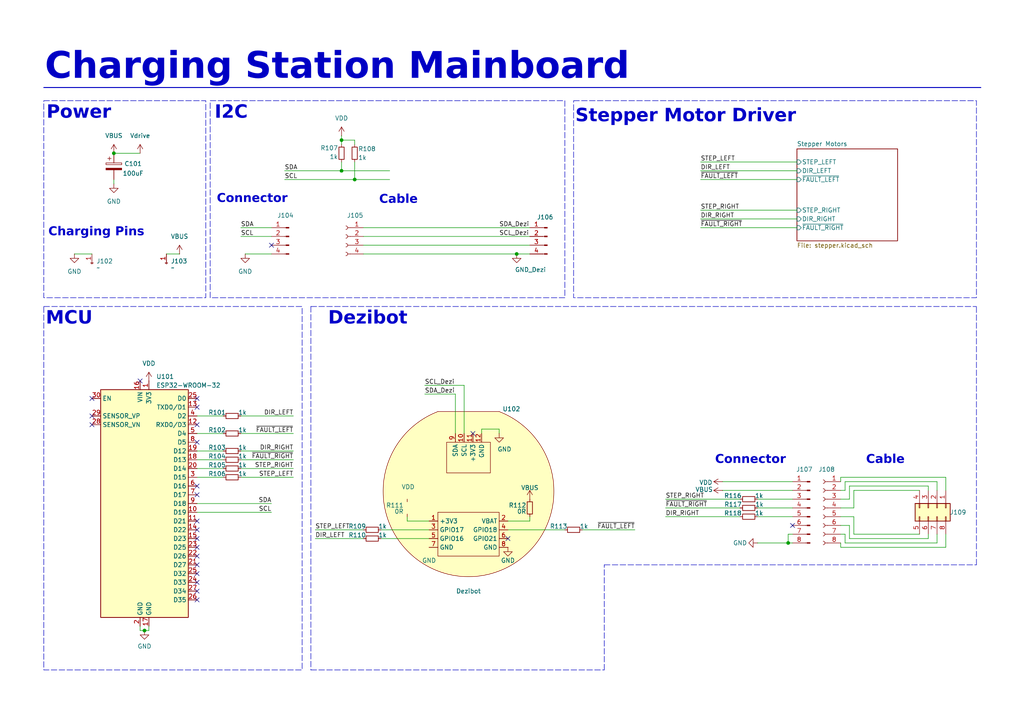
<source format=kicad_sch>
(kicad_sch (version 20250114) (generator "eeschema") (generator_version "9.0")
  (paper "A4")
  (title_block (title "Charging Station Mainboard") (date "2025-03-09") (rev "V1-00") (company "HTWK Leipzig") (comment 1 "Mose Schmiedel"))
  (lib_symbols
    (symbol "Connector:Conn_01x04_Pin" (pin_names (offset 1.016) (hide yes))
      (property "Reference" "J" (at 0 5.08 0))
      (property "Value" "Conn_01x04_Pin" (at 0 -7.62 0))
      (symbol "Conn_01x04_Pin_1_1"
        (rectangle (start 0.8636 2.667) (end 0 2.413) (stroke (width 0.1524)) (fill (type outline)))
        (rectangle (start 0.8636 0.127) (end 0 -0.127) (stroke (width 0.1524)) (fill (type outline)))
        (rectangle (start 0.8636 -2.413) (end 0 -2.667) (stroke (width 0.1524)) (fill (type outline)))
        (rectangle (start 0.8636 -4.953) (end 0 -5.207) (stroke (width 0.1524)) (fill (type outline)))
        (polyline (pts (xy 1.27 2.54) (xy 0.8636 2.54)) (stroke (width 0.1524)))
        (polyline (pts (xy 1.27 0) (xy 0.8636 0)) (stroke (width 0.1524)))
        (polyline (pts (xy 1.27 -2.54) (xy 0.8636 -2.54)) (stroke (width 0.1524)))
        (polyline (pts (xy 1.27 -5.08) (xy 0.8636 -5.08)) (stroke (width 0.1524)))
        (pin passive line (at 5.08 2.54 180) (length 3.81) (name "Pin_1") (number "1"))
        (pin passive line (at 5.08 0 180) (length 3.81) (name "Pin_2") (number "2"))
        (pin passive line (at 5.08 -2.54 180) (length 3.81) (name "Pin_3") (number "3"))
        (pin passive line (at 5.08 -5.08 180) (length 3.81) (name "Pin_4") (number "4"))
      )
    )
    (symbol "Connector:Conn_01x04_Socket" (pin_names (offset 1.016) (hide yes))
      (property "Reference" "J" (at 0 5.08 0))
      (property "Value" "Conn_01x04_Socket" (at 0 -7.62 0))
      (symbol "Conn_01x04_Socket_1_1"
        (polyline (pts (xy -1.27 2.54) (xy -0.508 2.54)) (stroke (width 0.1524)))
        (polyline (pts (xy -1.27 0) (xy -0.508 0)) (stroke (width 0.1524)))
        (polyline (pts (xy -1.27 -2.54) (xy -0.508 -2.54)) (stroke (width 0.1524)))
        (polyline (pts (xy -1.27 -5.08) (xy -0.508 -5.08)) (stroke (width 0.1524)))
        (arc (start 0 2.032) (mid -0.5058 2.54) (end 0 3.048) (stroke (width 0.1524)))
        (arc (start 0 -0.508) (mid -0.5058 0) (end 0 0.508) (stroke (width 0.1524)))
        (arc (start 0 -3.048) (mid -0.5058 -2.54) (end 0 -2.032) (stroke (width 0.1524)))
        (arc (start 0 -5.588) (mid -0.5058 -5.08) (end 0 -4.572) (stroke (width 0.1524)))
        (pin passive line (at -5.08 2.54 0) (length 3.81) (name "Pin_1") (number "1"))
        (pin passive line (at -5.08 0 0) (length 3.81) (name "Pin_2") (number "2"))
        (pin passive line (at -5.08 -2.54 0) (length 3.81) (name "Pin_3") (number "3"))
        (pin passive line (at -5.08 -5.08 0) (length 3.81) (name "Pin_4") (number "4"))
      )
    )
    (symbol "Connector:Conn_01x08_Pin" (pin_names (offset 1.016) (hide yes))
      (property "Reference" "J" (at 0 10.16 0))
      (property "Value" "Conn_01x08_Pin" (at 0 -12.7 0))
      (symbol "Conn_01x08_Pin_1_1"
        (rectangle (start 0.8636 7.747) (end 0 7.493) (stroke (width 0.1524)) (fill (type outline)))
        (rectangle (start 0.8636 5.207) (end 0 4.953) (stroke (width 0.1524)) (fill (type outline)))
        (rectangle (start 0.8636 2.667) (end 0 2.413) (stroke (width 0.1524)) (fill (type outline)))
        (rectangle (start 0.8636 0.127) (end 0 -0.127) (stroke (width 0.1524)) (fill (type outline)))
        (rectangle (start 0.8636 -2.413) (end 0 -2.667) (stroke (width 0.1524)) (fill (type outline)))
        (rectangle (start 0.8636 -4.953) (end 0 -5.207) (stroke (width 0.1524)) (fill (type outline)))
        (rectangle (start 0.8636 -7.493) (end 0 -7.747) (stroke (width 0.1524)) (fill (type outline)))
        (rectangle (start 0.8636 -10.033) (end 0 -10.287) (stroke (width 0.1524)) (fill (type outline)))
        (polyline (pts (xy 1.27 7.62) (xy 0.8636 7.62)) (stroke (width 0.1524)))
        (polyline (pts (xy 1.27 5.08) (xy 0.8636 5.08)) (stroke (width 0.1524)))
        (polyline (pts (xy 1.27 2.54) (xy 0.8636 2.54)) (stroke (width 0.1524)))
        (polyline (pts (xy 1.27 0) (xy 0.8636 0)) (stroke (width 0.1524)))
        (polyline (pts (xy 1.27 -2.54) (xy 0.8636 -2.54)) (stroke (width 0.1524)))
        (polyline (pts (xy 1.27 -5.08) (xy 0.8636 -5.08)) (stroke (width 0.1524)))
        (polyline (pts (xy 1.27 -7.62) (xy 0.8636 -7.62)) (stroke (width 0.1524)))
        (polyline (pts (xy 1.27 -10.16) (xy 0.8636 -10.16)) (stroke (width 0.1524)))
        (pin passive line (at 5.08 7.62 180) (length 3.81) (name "Pin_1") (number "1"))
        (pin passive line (at 5.08 5.08 180) (length 3.81) (name "Pin_2") (number "2"))
        (pin passive line (at 5.08 2.54 180) (length 3.81) (name "Pin_3") (number "3"))
        (pin passive line (at 5.08 0 180) (length 3.81) (name "Pin_4") (number "4"))
        (pin passive line (at 5.08 -2.54 180) (length 3.81) (name "Pin_5") (number "5"))
        (pin passive line (at 5.08 -5.08 180) (length 3.81) (name "Pin_6") (number "6"))
        (pin passive line (at 5.08 -7.62 180) (length 3.81) (name "Pin_7") (number "7"))
        (pin passive line (at 5.08 -10.16 180) (length 3.81) (name "Pin_8") (number "8"))
      )
    )
    (symbol "Connector:Conn_01x08_Socket" (pin_names (offset 1.016) (hide yes))
      (property "Reference" "J" (at 0 10.16 0))
      (property "Value" "Conn_01x08_Socket" (at 0 -12.7 0))
      (symbol "Conn_01x08_Socket_1_1"
        (polyline (pts (xy -1.27 7.62) (xy -0.508 7.62)) (stroke (width 0.1524)))
        (polyline (pts (xy -1.27 5.08) (xy -0.508 5.08)) (stroke (width 0.1524)))
        (polyline (pts (xy -1.27 2.54) (xy -0.508 2.54)) (stroke (width 0.1524)))
        (polyline (pts (xy -1.27 0) (xy -0.508 0)) (stroke (width 0.1524)))
        (polyline (pts (xy -1.27 -2.54) (xy -0.508 -2.54)) (stroke (width 0.1524)))
        (polyline (pts (xy -1.27 -5.08) (xy -0.508 -5.08)) (stroke (width 0.1524)))
        (polyline (pts (xy -1.27 -7.62) (xy -0.508 -7.62)) (stroke (width 0.1524)))
        (polyline (pts (xy -1.27 -10.16) (xy -0.508 -10.16)) (stroke (width 0.1524)))
        (arc (start 0 7.112) (mid -0.5058 7.62) (end 0 8.128) (stroke (width 0.1524)))
        (arc (start 0 4.572) (mid -0.5058 5.08) (end 0 5.588) (stroke (width 0.1524)))
        (arc (start 0 2.032) (mid -0.5058 2.54) (end 0 3.048) (stroke (width 0.1524)))
        (arc (start 0 -0.508) (mid -0.5058 0) (end 0 0.508) (stroke (width 0.1524)))
        (arc (start 0 -3.048) (mid -0.5058 -2.54) (end 0 -2.032) (stroke (width 0.1524)))
        (arc (start 0 -5.588) (mid -0.5058 -5.08) (end 0 -4.572) (stroke (width 0.1524)))
        (arc (start 0 -8.128) (mid -0.5058 -7.62) (end 0 -7.112) (stroke (width 0.1524)))
        (arc (start 0 -10.668) (mid -0.5058 -10.16) (end 0 -9.652) (stroke (width 0.1524)))
        (pin passive line (at -5.08 7.62 0) (length 3.81) (name "Pin_1") (number "1"))
        (pin passive line (at -5.08 5.08 0) (length 3.81) (name "Pin_2") (number "2"))
        (pin passive line (at -5.08 2.54 0) (length 3.81) (name "Pin_3") (number "3"))
        (pin passive line (at -5.08 0 0) (length 3.81) (name "Pin_4") (number "4"))
        (pin passive line (at -5.08 -2.54 0) (length 3.81) (name "Pin_5") (number "5"))
        (pin passive line (at -5.08 -5.08 0) (length 3.81) (name "Pin_6") (number "6"))
        (pin passive line (at -5.08 -7.62 0) (length 3.81) (name "Pin_7") (number "7"))
        (pin passive line (at -5.08 -10.16 0) (length 3.81) (name "Pin_8") (number "8"))
      )
    )
    (symbol "Connector_Generic:Conn_02x04_Counter_Clockwise" (pin_names (offset 1.016) (hide yes))
      (property "Reference" "J" (at 1.27 5.08 0))
      (property "Value" "Conn_02x04_Counter_Clockwise" (at 1.27 -7.62 0))
      (symbol "Conn_02x04_Counter_Clockwise_1_1"
        (rectangle (start -1.27 3.81) (end 3.81 -6.35) (stroke (width 0.254)) (fill (type background)))
        (rectangle (start -1.27 2.667) (end 0 2.413) (stroke (width 0.1524)))
        (rectangle (start -1.27 0.127) (end 0 -0.127) (stroke (width 0.1524)))
        (rectangle (start -1.27 -2.413) (end 0 -2.667) (stroke (width 0.1524)))
        (rectangle (start -1.27 -4.953) (end 0 -5.207) (stroke (width 0.1524)))
        (rectangle (start 3.81 2.667) (end 2.54 2.413) (stroke (width 0.1524)))
        (rectangle (start 3.81 0.127) (end 2.54 -0.127) (stroke (width 0.1524)))
        (rectangle (start 3.81 -2.413) (end 2.54 -2.667) (stroke (width 0.1524)))
        (rectangle (start 3.81 -4.953) (end 2.54 -5.207) (stroke (width 0.1524)))
        (pin passive line (at -5.08 2.54 0) (length 3.81) (name "Pin_1") (number "1"))
        (pin passive line (at -5.08 0 0) (length 3.81) (name "Pin_2") (number "2"))
        (pin passive line (at -5.08 -2.54 0) (length 3.81) (name "Pin_3") (number "3"))
        (pin passive line (at -5.08 -5.08 0) (length 3.81) (name "Pin_4") (number "4"))
        (pin passive line (at 7.62 2.54 180) (length 3.81) (name "Pin_8") (number "8"))
        (pin passive line (at 7.62 0 180) (length 3.81) (name "Pin_7") (number "7"))
        (pin passive line (at 7.62 -2.54 180) (length 3.81) (name "Pin_6") (number "6"))
        (pin passive line (at 7.62 -5.08 180) (length 3.81) (name "Pin_5") (number "5"))
      )
    )
    (symbol "Device:C_Polarized" (pin_numbers (hide yes)) (pin_names (offset 0.254))
      (property "Reference" "C" (at 0.635 2.54 0))
      (property "Value" "C_Polarized" (at 0.635 -2.54 0))
      (symbol "C_Polarized_0_1"
        (rectangle (start -2.286 0.508) (end 2.286 1.016))
        (polyline (pts (xy -1.778 2.286) (xy -0.762 2.286)))
        (polyline (pts (xy -1.27 2.794) (xy -1.27 1.778)))
        (rectangle (start 2.286 -0.508) (end -2.286 -1.016) (fill (type outline)))
      )
      (symbol "C_Polarized_1_1"
        (pin passive line (at 0 3.81 270) (length 2.794) (name "~") (number "1"))
        (pin passive line (at 0 -3.81 90) (length 2.794) (name "~") (number "2"))
      )
    )
    (symbol "Device:R_Small" (pin_numbers (hide yes)) (pin_names (offset 0.254) (hide yes))
      (property "Reference" "R" (at 0.762 0.508 0))
      (property "Value" "R_Small" (at 0.762 -1.016 0))
      (symbol "R_Small_0_1"
        (rectangle (start -0.762 1.778) (end 0.762 -1.778) (stroke (width 0.2032)))
      )
      (symbol "R_Small_1_1"
        (pin passive line (at 0 2.54 270) (length 0.762) (name "~") (number "1"))
        (pin passive line (at 0 -2.54 90) (length 0.762) (name "~") (number "2"))
      )
    )
    (symbol "MCU_Devboards:diymore_ESP32-WROOM-32"
      (property "Reference" "U1" (at 3.4133 36.83 0))
      (property "Value" "ESP32-WROOM-32" (at 3.4133 34.29 0))
      (symbol "diymore_ESP32-WROOM-32_0_1"
        (rectangle (start -12.7 33.02) (end 12.7 -33.02) (stroke (width 0.254)) (fill (type background)))
      )
      (symbol "diymore_ESP32-WROOM-32_1_1"
        (pin input line (at -15.24 30.48 0) (length 2.54) (name "EN") (number "30"))
        (pin input line (at -15.24 25.4 0) (length 2.54) (name "SENSOR_VP") (number "29"))
        (pin input line (at -15.24 22.86 0) (length 2.54) (name "SENSOR_VN") (number "28"))
        (pin power_in line (at -1.27 35.56 270) (length 2.54) (name "VIN") (number "16"))
        (pin power_in line (at -1.27 -35.56 90) (length 2.54) (name "GND") (number "2"))
        (pin power_in line (at 1.27 35.56 270) (length 2.54) (name "3V3") (number "1"))
        (pin power_in line (at 1.27 -35.56 90) (length 2.54) (name "GND") (number "17"))
        (pin bidirectional line (at 15.24 30.48 180) (length 2.54) (name "D0") (number "25"))
        (pin bidirectional line (at 15.24 27.94 180) (length 2.54) (name "TXD0/D1") (number "13"))
        (pin bidirectional line (at 15.24 25.4 180) (length 2.54) (name "D2") (number "4"))
        (pin bidirectional line (at 15.24 22.86 180) (length 2.54) (name "RXD0/D3") (number "12"))
        (pin bidirectional line (at 15.24 20.32 180) (length 2.54) (name "D4") (number "5"))
        (pin bidirectional line (at 15.24 17.78 180) (length 2.54) (name "D5") (number "8"))
        (pin bidirectional line (at 15.24 15.24 180) (length 2.54) (name "D12") (number "19"))
        (pin bidirectional line (at 15.24 12.7 180) (length 2.54) (name "D13") (number "18"))
        (pin bidirectional line (at 15.24 10.16 180) (length 2.54) (name "D14") (number "20"))
        (pin bidirectional line (at 15.24 7.62 180) (length 2.54) (name "D15") (number "3"))
        (pin bidirectional line (at 15.24 5.08 180) (length 2.54) (name "D16") (number "6"))
        (pin bidirectional line (at 15.24 2.54 180) (length 2.54) (name "D17") (number "7"))
        (pin bidirectional line (at 15.24 0 180) (length 2.54) (name "D18") (number "9"))
        (pin bidirectional line (at 15.24 -2.54 180) (length 2.54) (name "D19") (number "10"))
        (pin bidirectional line (at 15.24 -5.08 180) (length 2.54) (name "D21") (number "11"))
        (pin bidirectional line (at 15.24 -7.62 180) (length 2.54) (name "D22") (number "14"))
        (pin bidirectional line (at 15.24 -10.16 180) (length 2.54) (name "D23") (number "15"))
        (pin bidirectional line (at 15.24 -12.7 180) (length 2.54) (name "D25") (number "23"))
        (pin bidirectional line (at 15.24 -15.24 180) (length 2.54) (name "D26") (number "22"))
        (pin bidirectional line (at 15.24 -17.78 180) (length 2.54) (name "D27") (number "21"))
        (pin bidirectional line (at 15.24 -20.32 180) (length 2.54) (name "D32") (number "25"))
        (pin bidirectional line (at 15.24 -22.86 180) (length 2.54) (name "D33") (number "24"))
        (pin input line (at 15.24 -25.4 180) (length 2.54) (name "D34") (number "27"))
        (pin input line (at 15.24 -27.94 180) (length 2.54) (name "D35") (number "26"))
      )
    )
    (symbol "Mainboard:Dezibot"
      (property "Reference" "U" (at -6.858 1.016 0))
      (symbol "Dezibot_0_1"
        (polyline (pts (xy -7.62 0) (xy 10.16 0)) (fill (type background)))
        (arc (start 10.16 0) (mid 1.27 -47.8793) (end -7.62 0) (fill (type background)))
      )
      (symbol "Dezibot_1_1"
        (rectangle (start -7.62 0) (end 10.16 -24.13) (stroke (width -0.0001) (type dot)) (fill (type background)))
        (rectangle (start -7.62 -29.21) (end 10.16 -41.91))
        (rectangle (start -5.08 -8.89) (end 7.62 -17.78))
        (pin bidirectional line (at -10.16 -31.75 0) (length 2.54) (name "+3V3") (number "1"))
        (pin bidirectional line (at -10.16 -34.29 0) (length 2.54) (name "GPIO17") (number "3"))
        (pin bidirectional line (at -10.16 -36.83 0) (length 2.54) (name "GPIO16") (number "5"))
        (pin bidirectional line (at -10.16 -39.37 0) (length 2.54) (name "GND") (number "7"))
        (pin bidirectional line (at -2.54 -6.35 270) (length 2.54) (name "SDA") (number "9"))
        (pin bidirectional line (at 0 -6.35 270) (length 2.54) (name "SCL") (number "10"))
        (pin bidirectional line (at 2.54 -6.35 270) (length 2.54) (name "+3V3") (number "11"))
        (pin bidirectional line (at 5.08 -6.35 270) (length 2.54) (name "GND") (number "12"))
        (pin bidirectional line (at 12.7 -31.75 180) (length 2.54) (name "VBAT") (number "2"))
        (pin bidirectional line (at 12.7 -34.29 180) (length 2.54) (name "GPIO18") (number "4"))
        (pin bidirectional line (at 12.7 -36.83 180) (length 2.54) (name "GPIO21") (number "6"))
        (pin bidirectional line (at 12.7 -39.37 180) (length 2.54) (name "GND") (number "8"))
      )
    )
    (symbol "Mainboard:PogoPin"
      (property "Reference" "J" (at 4.572 -1.27 0))
      (symbol "PogoPin_0_1"
        (polyline (pts (xy 2.1702 -2.5748) (xy 2.526 -2.9096) (xy 2.9235 -2.5748) (xy 2.1632 -2.5748)))
      )
      (symbol "PogoPin_1_1"
        (pin input line (at 2.54 0 270) (length 2.54) (name "") (number "1"))
      )
    )
    (symbol "power:GND" (power) (pin_numbers (hide yes)) (pin_names (offset 0) (hide yes))
      (property "Value" "GND" (at 0 -3.81 0))
      (symbol "GND_0_1"
        (polyline (pts (xy 0 0) (xy 0 -1.27) (xy 1.27 -1.27) (xy 0 -2.54) (xy -1.27 -1.27) (xy 0 -1.27)))
      )
      (symbol "GND_1_1"
        (pin power_in line (at 0 0 270) (length 0) (name "~") (number "1"))
      )
    )
    (symbol "power:VBUS" (power) (pin_numbers (hide yes)) (pin_names (offset 0) (hide yes))
      (property "Value" "VBUS" (at 0 3.556 0))
      (symbol "VBUS_0_1"
        (polyline (pts (xy -0.762 1.27) (xy 0 2.54)))
        (polyline (pts (xy 0 2.54) (xy 0.762 1.27)))
        (polyline (pts (xy 0 0) (xy 0 2.54)))
      )
      (symbol "VBUS_1_1"
        (pin power_in line (at 0 0 90) (length 0) (name "~") (number "1"))
      )
    )
    (symbol "power:VDD" (power) (pin_numbers (hide yes)) (pin_names (offset 0) (hide yes))
      (property "Value" "VDD" (at 0 3.556 0))
      (symbol "VDD_0_1"
        (polyline (pts (xy -0.762 1.27) (xy 0 2.54)))
        (polyline (pts (xy 0 2.54) (xy 0.762 1.27)))
        (polyline (pts (xy 0 0) (xy 0 2.54)))
      )
      (symbol "VDD_1_1"
        (pin power_in line (at 0 0 90) (length 0) (name "~") (number "1"))
      )
    )
    (symbol "power:Vdrive" (power) (pin_numbers (hide yes)) (pin_names (offset 0) (hide yes))
      (property "Value" "Vdrive" (at 0 3.556 0))
      (symbol "Vdrive_0_1"
        (polyline (pts (xy -0.762 1.27) (xy 0 2.54)))
        (polyline (pts (xy 0 2.54) (xy 0.762 1.27)))
        (polyline (pts (xy 0 0) (xy 0 2.54)))
      )
      (symbol "Vdrive_1_1"
        (pin power_in line (at 0 0 90) (length 0) (name "~") (number "1"))
      )
    )
  )
  (rectangle (start 166.37 29.21) (end 283.21 86.36) (stroke (width 0) (type dash)))
  (rectangle (start 12.7 29.21) (end 59.69 86.36) (stroke (width 0) (type dash)))
  (rectangle (start 12.7 88.9) (end 87.63 194.31) (stroke (width 0) (type dash)))
  (rectangle (start 60.96 29.21) (end 163.83 86.36) (stroke (width 0) (type dash)))
  (text "Charging Pins" (at 27.94 68.072 0) (effects (font (size 2.54 2.54) (thickness 0.508) (bold yes))))
  (text "Connector" (at 73.152 58.42 0) (effects (font (size 2.54 2.54) (thickness 0.508) (bold yes))))
  (text "Dezibot" (at 106.68 93.472 0) (effects (font (size 3.81 3.81) (thickness 0.508) (bold yes))))
  (text "Cable" (at 256.794 134.112 0) (effects (font (size 2.54 2.54) (thickness 0.508) (bold yes))))
  (text "Stepper Motor Driver" (at 198.882 34.798 0) (effects (font (size 3.81 3.81) (thickness 0.508) (bold yes))))
  (text "Cable" (at 115.57 58.674 0) (effects (font (size 2.54 2.54) (thickness 0.508) (bold yes))))
  (text "Power" (at 22.86 33.782 0) (effects (font (size 3.81 3.81) (thickness 0.508) (bold yes))))
  (text "MCU\n" (at 20.066 93.472 0) (effects (font (size 3.81 3.81) (thickness 0.508) (bold yes))))
  (text "I2C" (at 67.056 33.782 0) (effects (font (size 3.81 3.81) (thickness 0.508) (bold yes))))
  (text "Connector" (at 217.678 134.112 0) (effects (font (size 2.54 2.54) (thickness 0.508) (bold yes))))
  (text "Charging Station Mainboard" (at 97.79 21.59 0) (effects (font (size 7.62 7.62) (thickness 1.016) (bold yes))))
  (junction (at 228.6 157.48))
  (junction (at 99.06 49.53))
  (junction (at 102.87 52.07))
  (junction (at 99.06 40.64))
  (junction (at 149.86 73.66))
  (junction (at 41.91 182.88))
  (junction (at 33.02 44.45))
  (no_connect (at 57.15 153.67))
  (no_connect (at 57.15 128.27))
  (no_connect (at 40.64 110.49))
  (no_connect (at 57.15 118.11))
  (no_connect (at 57.15 166.37))
  (no_connect (at 57.15 163.83))
  (no_connect (at 229.87 152.4))
  (no_connect (at 57.15 156.21))
  (no_connect (at 57.15 158.75))
  (no_connect (at 57.15 168.91))
  (no_connect (at 26.67 120.65))
  (no_connect (at 57.15 115.57))
  (no_connect (at 57.15 123.19))
  (no_connect (at 78.74 71.12))
  (no_connect (at 26.67 115.57))
  (no_connect (at 57.15 173.99))
  (no_connect (at 57.15 140.97))
  (no_connect (at 147.32 156.21))
  (no_connect (at 137.16 125.73))
  (no_connect (at 57.15 161.29))
  (no_connect (at 57.15 171.45))
  (no_connect (at 57.15 143.51))
  (no_connect (at 57.15 151.13))
  (no_connect (at 26.67 123.19))
  (wire (pts (xy 132.08 114.3) (xy 132.08 125.73)))
  (wire (pts (xy 134.62 111.76) (xy 134.62 125.73)))
  (wire (pts (xy 105.41 71.12) (xy 153.67 71.12)))
  (wire (pts (xy 219.71 149.86) (xy 229.87 149.86)))
  (wire (pts (xy 71.12 73.66) (xy 78.74 73.66)))
  (wire (pts (xy 57.15 146.05) (xy 78.74 146.05)))
  (wire (pts (xy 269.24 140.97) (xy 246.38 140.97)))
  (wire (pts (xy 118.11 149.86) (xy 118.11 151.13)))
  (wire (pts (xy 219.71 157.48) (xy 228.6 157.48)))
  (wire (pts (xy 57.15 138.43) (xy 64.77 138.43)))
  (wire (pts (xy 153.67 151.13) (xy 153.67 149.86)))
  (wire (pts (xy 99.06 40.64) (xy 102.87 40.64)))
  (wire (pts (xy 57.15 135.89) (xy 64.77 135.89)))
  (polyline (pts (xy 12.7 25.4) (xy 284.48 25.4)) (stroke (width 0.127) (type solid)))
  (wire (pts (xy 69.85 66.04) (xy 78.74 66.04)))
  (wire (pts (xy 99.06 49.53) (xy 99.06 46.99)))
  (wire (pts (xy 243.84 138.43) (xy 243.84 139.7)))
  (wire (pts (xy 118.11 151.13) (xy 124.46 151.13)))
  (wire (pts (xy 85.09 125.73) (xy 69.85 125.73)))
  (wire (pts (xy 266.7 154.94) (xy 247.65 154.94)))
  (wire (pts (xy 147.32 153.67) (xy 163.83 153.67)))
  (wire (pts (xy 102.87 41.91) (xy 102.87 40.64)))
  (wire (pts (xy 91.44 153.67) (xy 105.41 153.67)))
  (polyline (pts (xy 12.7 25.4) (xy 284.48 25.4)) (stroke (width 0.0254) (type solid)))
  (polyline (pts (xy 90.17 194.31) (xy 175.26 194.31)) (stroke (width 0) (type dash)))
  (wire (pts (xy 246.38 156.21) (xy 269.24 156.21)))
  (wire (pts (xy 246.38 152.4) (xy 246.38 156.21)))
  (wire (pts (xy 209.55 142.24) (xy 229.87 142.24)))
  (wire (pts (xy 246.38 144.78) (xy 243.84 144.78)))
  (wire (pts (xy 144.78 124.46) (xy 144.78 125.73)))
  (wire (pts (xy 203.2 63.5) (xy 231.14 63.5)))
  (wire (pts (xy 193.04 147.32) (xy 214.63 147.32)))
  (wire (pts (xy 203.2 49.53) (xy 231.14 49.53)))
  (wire (pts (xy 57.15 133.35) (xy 64.77 133.35)))
  (wire (pts (xy 269.24 156.21) (xy 269.24 154.94)))
  (wire (pts (xy 99.06 49.53) (xy 113.03 49.53)))
  (wire (pts (xy 43.18 182.88) (xy 41.91 182.88)))
  (wire (pts (xy 243.84 138.43) (xy 274.32 138.43)))
  (wire (pts (xy 57.15 130.81) (xy 64.77 130.81)))
  (wire (pts (xy 229.87 154.94) (xy 228.6 154.94)))
  (wire (pts (xy 82.55 52.07) (xy 102.87 52.07)))
  (polyline (pts (xy 175.26 194.31) (xy 175.26 163.83)) (stroke (width 0) (type dash)))
  (wire (pts (xy 139.7 124.46) (xy 139.7 125.73)))
  (wire (pts (xy 247.65 149.86) (xy 243.84 149.86)))
  (wire (pts (xy 271.78 142.24) (xy 271.78 139.7)))
  (wire (pts (xy 57.15 125.73) (xy 64.77 125.73)))
  (wire (pts (xy 193.04 149.86) (xy 214.63 149.86)))
  (wire (pts (xy 269.24 142.24) (xy 269.24 140.97)))
  (wire (pts (xy 82.55 49.53) (xy 99.06 49.53)))
  (wire (pts (xy 69.85 68.58) (xy 78.74 68.58)))
  (wire (pts (xy 203.2 60.96) (xy 231.14 60.96)))
  (wire (pts (xy 247.65 147.32) (xy 247.65 142.24)))
  (wire (pts (xy 33.02 52.07) (xy 33.02 53.34)))
  (wire (pts (xy 91.44 156.21) (xy 105.41 156.21)))
  (wire (pts (xy 203.2 46.99) (xy 231.14 46.99)))
  (wire (pts (xy 110.49 156.21) (xy 124.46 156.21)))
  (wire (pts (xy 105.41 73.66) (xy 149.86 73.66)))
  (wire (pts (xy 85.09 120.65) (xy 69.85 120.65)))
  (wire (pts (xy 219.71 144.78) (xy 229.87 144.78)))
  (wire (pts (xy 33.02 44.45) (xy 40.64 44.45)))
  (polyline (pts (xy 175.26 163.83) (xy 283.21 163.83)) (stroke (width 0) (type dash)))
  (wire (pts (xy 57.15 148.59) (xy 78.74 148.59)))
  (polyline (pts (xy 12.7 25.4) (xy 284.48 25.4)) (stroke (width 0.254) (type solid)))
  (wire (pts (xy 228.6 154.94) (xy 228.6 157.48)))
  (wire (pts (xy 243.84 152.4) (xy 246.38 152.4)))
  (polyline (pts (xy 12.7 25.4) (xy 284.48 25.4)) (stroke (width 0.0254) (type solid)))
  (wire (pts (xy 247.65 154.94) (xy 247.65 149.86)))
  (polyline (pts (xy 12.7 25.4) (xy 284.48 25.4)) (stroke (width 0.0254) (type solid)))
  (wire (pts (xy 40.64 181.61) (xy 40.64 182.88)))
  (wire (pts (xy 243.84 157.48) (xy 243.84 158.75)))
  (wire (pts (xy 40.64 182.88) (xy 41.91 182.88)))
  (wire (pts (xy 271.78 154.94) (xy 271.78 157.48)))
  (polyline (pts (xy 283.21 163.83) (xy 283.21 88.9)) (stroke (width 0) (type dash)))
  (wire (pts (xy 147.32 151.13) (xy 153.67 151.13)))
  (wire (pts (xy 219.71 147.32) (xy 229.87 147.32)))
  (wire (pts (xy 274.32 158.75) (xy 274.32 154.94)))
  (wire (pts (xy 245.11 142.24) (xy 245.11 139.7)))
  (wire (pts (xy 102.87 52.07) (xy 113.03 52.07)))
  (wire (pts (xy 247.65 142.24) (xy 266.7 142.24)))
  (wire (pts (xy 57.15 120.65) (xy 64.77 120.65)))
  (polyline (pts (xy 12.7 25.4) (xy 284.48 25.4)) (stroke (width 0.0254) (type solid)))
  (wire (pts (xy 123.19 114.3) (xy 132.08 114.3)))
  (wire (pts (xy 228.6 157.48) (xy 229.87 157.48)))
  (wire (pts (xy 271.78 157.48) (xy 245.11 157.48)))
  (wire (pts (xy 139.7 124.46) (xy 144.78 124.46)))
  (wire (pts (xy 21.59 73.66) (xy 26.67 73.66)))
  (polyline (pts (xy 90.17 88.9) (xy 283.21 88.9)) (stroke (width 0) (type dash)))
  (wire (pts (xy 123.19 111.76) (xy 134.62 111.76)))
  (wire (pts (xy 274.32 138.43) (xy 274.32 142.24)))
  (wire (pts (xy 69.85 133.35) (xy 85.09 133.35)))
  (wire (pts (xy 168.91 153.67) (xy 184.15 153.67)))
  (wire (pts (xy 203.2 52.07) (xy 231.14 52.07)))
  (wire (pts (xy 193.04 144.78) (xy 214.63 144.78)))
  (wire (pts (xy 48.26 73.66) (xy 52.07 73.66)))
  (wire (pts (xy 243.84 147.32) (xy 247.65 147.32)))
  (wire (pts (xy 243.84 142.24) (xy 245.11 142.24)))
  (wire (pts (xy 203.2 66.04) (xy 231.14 66.04)))
  (wire (pts (xy 245.11 139.7) (xy 271.78 139.7)))
  (polyline (pts (xy 90.17 88.9) (xy 90.17 194.31)) (stroke (width 0) (type dash)))
  (wire (pts (xy 209.55 139.7) (xy 229.87 139.7)))
  (wire (pts (xy 99.06 39.37) (xy 99.06 40.64)))
  (wire (pts (xy 246.38 140.97) (xy 246.38 144.78)))
  (wire (pts (xy 105.41 66.04) (xy 153.67 66.04)))
  (wire (pts (xy 243.84 154.94) (xy 245.11 154.94)))
  (wire (pts (xy 110.49 153.67) (xy 124.46 153.67)))
  (wire (pts (xy 69.85 135.89) (xy 85.09 135.89)))
  (polyline (pts (xy 12.7 25.4) (xy 284.48 25.4)) (stroke (width 0.0254) (type solid)))
  (wire (pts (xy 102.87 52.07) (xy 102.87 46.99)))
  (wire (pts (xy 105.41 68.58) (xy 153.67 68.58)))
  (wire (pts (xy 85.09 138.43) (xy 69.85 138.43)))
  (wire (pts (xy 43.18 181.61) (xy 43.18 182.88)))
  (wire (pts (xy 69.85 130.81) (xy 85.09 130.81)))
  (wire (pts (xy 99.06 40.64) (xy 99.06 41.91)))
  (wire (pts (xy 245.11 157.48) (xy 245.11 154.94)))
  (wire (pts (xy 149.86 73.66) (xy 153.67 73.66)))
  (wire (pts (xy 243.84 158.75) (xy 274.32 158.75)))
  (label "SCL" (at 69.85 68.58 0))
  (label "DIR_RIGHT" (at 203.2 63.5 0))
  (label "DIR_LEFT" (at 91.44 156.21 0))
  (label "~{FAULT_LEFT}" (at 85.09 125.73 180))
  (label "SDA_Dezi" (at 123.19 114.3 0))
  (label "~{FAULT_RIGHT}" (at 203.2 66.04 0))
  (label "STEP_LEFT" (at 203.2 46.99 0))
  (label "~{FAULT_LEFT}" (at 203.2 52.07 0))
  (label "SDA_Dezi" (at 144.78 66.04 0))
  (label "DIR_RIGHT" (at 85.09 130.81 180))
  (label "STEP_RIGHT" (at 85.09 135.89 180))
  (label "STEP_RIGHT" (at 203.2 60.96 0))
  (label "SCL" (at 78.74 148.59 180))
  (label "SCL_Dezi" (at 123.19 111.76 0))
  (label "SDA" (at 78.74 146.05 180))
  (label "DIR_RIGHT" (at 193.04 149.86 0))
  (label "STEP_RIGHT" (at 193.04 144.78 0))
  (label "SCL" (at 82.55 52.07 0))
  (label "SDA" (at 82.55 49.53 0))
  (label "~{FAULT_RIGHT}" (at 85.09 133.35 180))
  (label "DIR_LEFT" (at 85.09 120.65 180))
  (label "SDA" (at 69.85 66.04 0))
  (label "STEP_LEFT" (at 85.09 138.43 180))
  (label "~{FAULT_LEFT}" (at 184.15 153.67 180))
  (label "SCL_Dezi" (at 144.78 68.58 0))
  (label "DIR_LEFT" (at 203.2 49.53 0))
  (label "STEP_LEFT" (at 91.44 153.67 0))
  (label "~{FAULT_RIGHT}" (at 193.04 147.32 0))
  (symbol (lib_id "Device:R_Small") (at 67.31 135.89 90) (unit 1)
    (property "Reference" "R105" (at 65.532 134.874 90) (effects (justify left)))
    (property "Value" "1k" (at 69.088 134.874 90) (effects (justify right)))
    (property "Footprint" "Resistor_THT:R_Axial_DIN0207_L6.3mm_D2.5mm_P10.16mm_Horizontal" (effects (hide yes)))
    (property "Description" "Resistor, small symbol" (effects (hide yes)))
  )
  (symbol (lib_id "MCU_Devboards:diymore_ESP32-WROOM-32") (at 41.91 146.05 0) (unit 1)
    (property "Reference" "U101" (at 45.3233 109.22 0) (effects (justify left)))
    (property "Value" "ESP32-WROOM-32" (at 45.3233 111.76 0) (effects (justify left)))
    (property "Footprint" "Mainboard:diymore-ESP32-WROOM-32-Devboard" (effects (hide yes)))
  )
  (symbol (lib_id "Device:R_Small") (at 217.17 149.86 90) (unit 1)
    (property "Reference" "R118" (at 215.138 148.844 90) (effects (justify left)))
    (property "Value" "1k" (at 218.948 148.844 90) (effects (justify right)))
    (property "Footprint" "Resistor_THT:R_Axial_DIN0207_L6.3mm_D2.5mm_P10.16mm_Horizontal" (effects (hide yes)))
    (property "Description" "Resistor, small symbol" (effects (hide yes)))
  )
  (symbol (lib_id "Device:C_Polarized") (at 33.02 48.26 0) (unit 1)
    (property "Reference" "C101" (at 36.068 47.498 0) (effects (justify left)))
    (property "Value" "100uF" (at 35.56 50.292 0) (effects (justify left)))
    (property "Footprint" "Capacitor_THT:CP_Radial_D4.0mm_P1.50mm" (effects (hide yes)))
    (property "Description" "Polarized capacitor" (effects (hide yes)))
  )
  (symbol (lib_id "Device:R_Small") (at 153.67 147.32 180) (unit 1) (on_board no)
    (property "Reference" "R112" (at 152.654 146.558 0) (effects (justify left)))
    (property "Value" "0R" (at 152.654 148.336 0) (effects (justify left)))
    (property "Footprint" "Jumper:SolderJumper-2_P1.3mm_Open_RoundedPad1.0x1.5mm" (effects (hide yes)))
    (property "Description" "Resistor, small symbol" (effects (hide yes)))
  )
  (symbol (lib_id "Device:R_Small") (at 107.95 153.67 90) (unit 1) (on_board no)
    (property "Reference" "R109" (at 106.172 152.654 90) (effects (justify left)))
    (property "Value" "1k" (at 109.728 152.654 90) (effects (justify right)))
    (property "Footprint" "Resistor_THT:R_Axial_DIN0207_L6.3mm_D2.5mm_P10.16mm_Horizontal" (effects (hide yes)))
    (property "Description" "Resistor, small symbol" (effects (hide yes)))
  )
  (symbol (lib_id "Device:R_Small") (at 67.31 133.35 90) (unit 1)
    (property "Reference" "R104" (at 65.532 132.334 90) (effects (justify left)))
    (property "Value" "1k" (at 69.088 132.334 90) (effects (justify right)))
    (property "Footprint" "Resistor_THT:R_Axial_DIN0207_L6.3mm_D2.5mm_P10.16mm_Horizontal" (effects (hide yes)))
    (property "Description" "Resistor, small symbol" (effects (hide yes)))
  )
  (symbol (lib_id "power:GND") (at 21.59 73.66 0) (unit 1)
    (property "Reference" "#PWR0101" (effects (hide yes)))
    (property "Value" "GND" (at 21.59 78.74 0))
    (property "Description" "Power symbol creates a global label with name \"GND\" , ground" (effects (hide yes)))
  )
  (symbol (lib_id "power:GND") (at 41.91 182.88 0) (unit 1)
    (property "Reference" "#PWR0103" (effects (hide yes)))
    (property "Value" "GND" (at 41.91 187.452 0))
    (property "Description" "Power symbol creates a global label with name \"GND\" , ground" (effects (hide yes)))
  )
  (symbol (lib_id "Device:R_Small") (at 118.11 147.32 180) (unit 1) (on_board no)
    (property "Reference" "R111" (at 117.094 146.558 0) (effects (justify left)))
    (property "Value" "0R" (at 117.094 148.336 0) (effects (justify left)))
    (property "Footprint" "Jumper:SolderJumper-2_P1.3mm_Open_RoundedPad1.0x1.5mm" (effects (hide yes)))
    (property "Description" "Resistor, small symbol" (effects (hide yes)))
  )
  (symbol (lib_id "power:VDD") (at 209.55 139.7 90) (unit 1)
    (property "Reference" "#PWR0116" (effects (hide yes)))
    (property "Value" "VDD" (at 204.724 139.954 90))
    (property "Description" "Power symbol creates a global label with name \"VDD\"" (effects (hide yes)))
  )
  (symbol (lib_id "power:GND") (at 144.78 125.73 0) (unit 1) (on_board no)
    (property "Reference" "#PWR0112" (effects (hide yes)))
    (property "Value" "GND" (at 144.272 130.302 0) (effects (justify left)))
    (property "Description" "Power symbol creates a global label with name \"GND\" , ground" (effects (hide yes)))
  )
  (symbol (lib_id "Device:R_Small") (at 67.31 138.43 90) (unit 1)
    (property "Reference" "R106" (at 65.532 137.414 90) (effects (justify left)))
    (property "Value" "1k" (at 69.088 137.414 90) (effects (justify right)))
    (property "Footprint" "Resistor_THT:R_Axial_DIN0207_L6.3mm_D2.5mm_P10.16mm_Horizontal" (effects (hide yes)))
    (property "Description" "Resistor, small symbol" (effects (hide yes)))
  )
  (symbol (lib_id "power:GND") (at 33.02 53.34 0) (unit 1)
    (property "Reference" "#PWR0106" (effects (hide yes)))
    (property "Value" "GND" (at 33.02 58.42 0))
    (property "Description" "Power symbol creates a global label with name \"GND\" , ground" (effects (hide yes)))
  )
  (symbol (lib_id "Connector:Conn_01x08_Pin") (at 234.95 147.32 0) (mirror y) (unit 1)
    (property "Reference" "J107" (at 230.886 136.144 0) (effects (justify right)))
    (property "Value" "Conn_01x08_Pin" (effects (hide yes)))
    (property "Footprint" "Connector_PinHeader_2.54mm:PinHeader_1x08_P2.54mm_Vertical" (effects (hide yes)))
    (property "Description" "Generic connector, single row, 01x08, script generated" (effects (hide yes)))
  )
  (symbol (lib_id "Device:R_Small") (at 99.06 44.45 0) (mirror y) (unit 1)
    (property "Reference" "R107" (at 98.044 42.926 0) (effects (justify left)))
    (property "Value" "1k" (at 98.044 45.466 0) (effects (justify left)))
    (property "Footprint" "Resistor_THT:R_Axial_DIN0207_L6.3mm_D2.5mm_P10.16mm_Horizontal" (effects (hide yes)))
    (property "Description" "Resistor, small symbol" (effects (hide yes)))
  )
  (symbol (lib_id "Connector:Conn_01x04_Pin") (at 83.82 68.58 0) (mirror y) (unit 1)
    (property "Reference" "J104" (at 82.804 62.484 0))
    (property "Value" "Conn_01x04_Pin" (effects (hide yes)))
    (property "Footprint" "Connector_PinHeader_2.54mm:PinHeader_1x04_P2.54mm_Vertical" (effects (hide yes)))
    (property "Description" "Generic connector, single row, 01x04, script generated" (effects (hide yes)))
  )
  (symbol (lib_id "power:GND") (at 149.86 73.66 0) (unit 1) (on_board no)
    (property "Reference" "#PWR0114" (effects (hide yes)))
    (property "Value" "GND_Dezi" (at 149.352 78.232 0) (effects (justify left)))
    (property "Description" "Power symbol creates a global label with name \"GND\" , ground" (effects (hide yes)))
  )
  (symbol (lib_id "Device:R_Small") (at 102.87 44.45 0) (unit 1)
    (property "Reference" "R108" (at 103.886 43.18 0) (effects (justify left)))
    (property "Value" "1k" (at 103.886 45.72 0) (effects (justify left)))
    (property "Footprint" "Resistor_THT:R_Axial_DIN0207_L6.3mm_D2.5mm_P10.16mm_Horizontal" (effects (hide yes)))
    (property "Description" "Resistor, small symbol" (effects (hide yes)))
  )
  (symbol (lib_id "power:VDD") (at 118.11 144.78 0) (unit 1) (on_board no)
    (property "Reference" "#PWR0110" (effects (hide yes)))
    (property "Value" "VDD" (at 118.364 141.224 0))
    (property "Description" "Power symbol creates a global label with name \"VDD\"" (effects (hide yes)))
  )
  (symbol (lib_id "Device:R_Small") (at 166.37 153.67 90) (unit 1) (on_board no)
    (property "Reference" "R113" (at 164.592 152.654 90) (effects (justify left)))
    (property "Value" "1k" (at 168.148 152.654 90) (effects (justify right)))
    (property "Footprint" "Resistor_THT:R_Axial_DIN0207_L6.3mm_D2.5mm_P10.16mm_Horizontal" (effects (hide yes)))
    (property "Description" "Resistor, small symbol" (effects (hide yes)))
  )
  (symbol (lib_id "Mainboard:PogoPin") (at 45.72 73.66 0) (unit 1)
    (property "Reference" "J103" (at 49.53 75.7497 0) (effects (justify left)))
    (property "Value" "~" (at 49.53 77.6548 0) (effects (justify left)))
    (property "Footprint" "Mainboard:PogoPin" (effects (hide yes)))
  )
  (symbol (lib_id "Connector:Conn_01x04_Socket") (at 100.33 68.58 0) (mirror y) (unit 1) (on_board no)
    (property "Reference" "J105" (at 105.41 62.484 0) (effects (justify left)))
    (property "Value" "Conn_01x04_Socket" (effects (hide yes)))
    (property "Footprint" "Connector_PinSocket_2.54mm:PinSocket_1x04_P2.54mm_Vertical" (effects (hide yes)))
    (property "Description" "Generic connector, single row, 01x04, script generated" (effects (hide yes)))
  )
  (symbol (lib_id "power:GND") (at 147.32 158.75 0) (unit 1) (on_board no)
    (property "Reference" "#PWR0113" (effects (hide yes)))
    (property "Value" "GND" (at 147.32 162.56 0))
    (property "Description" "Power symbol creates a global label with name \"GND\" , ground" (effects (hide yes)))
  )
  (symbol (lib_id "Connector:Conn_01x08_Socket") (at 238.76 147.32 0) (mirror y) (unit 1) (on_board no)
    (property "Reference" "J108" (at 239.776 136.144 0))
    (property "Value" "Conn_01x08_Socket" (effects (hide yes)))
    (property "Description" "Generic connector, single row, 01x08, script generated" (effects (hide yes)))
  )
  (symbol (lib_id "Mainboard:PogoPin") (at 24.13 73.66 0) (unit 1)
    (property "Reference" "J102" (at 27.94 75.7497 0) (effects (justify left)))
    (property "Value" "~" (at 27.94 77.6548 0) (effects (justify left)))
    (property "Footprint" "Mainboard:PogoPin" (effects (hide yes)))
  )
  (symbol (lib_id "power:VBUS") (at 209.55 142.24 90) (unit 1)
    (property "Reference" "#PWR0117" (effects (hide yes)))
    (property "Value" "VBUS" (at 204.216 141.986 90))
    (property "Description" "Power symbol creates a global label with name \"VBUS\"" (effects (hide yes)))
  )
  (symbol (lib_id "Device:R_Small") (at 67.31 125.73 90) (unit 1)
    (property "Reference" "R102" (at 65.532 124.714 90) (effects (justify left)))
    (property "Value" "1k" (at 69.088 124.714 90) (effects (justify right)))
    (property "Footprint" "Resistor_THT:R_Axial_DIN0207_L6.3mm_D2.5mm_P10.16mm_Horizontal" (effects (hide yes)))
    (property "Description" "Resistor, small symbol" (effects (hide yes)))
  )
  (symbol (lib_id "Mainboard:Dezibot") (at 134.62 119.38 0) (unit 1) (on_board no)
    (property "Reference" "U102" (at 148.336 118.618 0))
    (property "Value" "Dezibot" (at 135.89 171.45 0))
    (property "Footprint" "Mainboard:Dezibot" (effects (hide yes)))
  )
  (symbol (lib_id "power:Vdrive") (at 40.64 44.45 0) (unit 1)
    (property "Reference" "#PWR0105" (effects (hide yes)))
    (property "Value" "Vdrive" (at 40.64 39.37 0))
    (property "Description" "Power symbol creates a global label with name \"Vdrive\"" (effects (hide yes)))
  )
  (symbol (lib_id "Connector:Conn_01x04_Pin") (at 158.75 68.58 0) (mirror y) (unit 1) (on_board no)
    (property "Reference" "J106" (at 155.702 62.992 0) (effects (justify right)))
    (property "Value" "Conn_01x04_Pin" (effects (hide yes)))
    (property "Description" "Generic connector, single row, 01x04, script generated" (effects (hide yes)))
  )
  (symbol (lib_id "power:GND") (at 71.12 73.66 0) (unit 1)
    (property "Reference" "#PWR0108" (effects (hide yes)))
    (property "Value" "GND" (at 71.12 78.74 0))
    (property "Description" "Power symbol creates a global label with name \"GND\" , ground" (effects (hide yes)))
  )
  (symbol (lib_id "Device:R_Small") (at 67.31 130.81 90) (unit 1)
    (property "Reference" "R103" (at 65.532 129.794 90) (effects (justify left)))
    (property "Value" "1k" (at 69.088 129.794 90) (effects (justify right)))
    (property "Footprint" "Resistor_THT:R_Axial_DIN0207_L6.3mm_D2.5mm_P10.16mm_Horizontal" (effects (hide yes)))
    (property "Description" "Resistor, small symbol" (effects (hide yes)))
  )
  (symbol (lib_id "Device:R_Small") (at 217.17 144.78 90) (unit 1)
    (property "Reference" "R116" (at 215.138 143.764 90) (effects (justify left)))
    (property "Value" "1k" (at 218.948 143.764 90) (effects (justify right)))
    (property "Footprint" "Resistor_THT:R_Axial_DIN0207_L6.3mm_D2.5mm_P10.16mm_Horizontal" (effects (hide yes)))
    (property "Description" "Resistor, small symbol" (effects (hide yes)))
  )
  (symbol (lib_id "power:VBUS") (at 52.07 73.66 0) (unit 1)
    (property "Reference" "#PWR0107" (effects (hide yes)))
    (property "Value" "VBUS" (at 52.07 68.58 0))
    (property "Description" "Power symbol creates a global label with name \"VBUS\"" (effects (hide yes)))
  )
  (symbol (lib_id "Device:R_Small") (at 217.17 147.32 270) (mirror x) (unit 1)
    (property "Reference" "R117" (at 210.058 146.304 90) (effects (justify left)))
    (property "Value" "1k" (at 221.488 146.304 90) (effects (justify right)))
    (property "Footprint" "Resistor_THT:R_Axial_DIN0207_L6.3mm_D2.5mm_P10.16mm_Horizontal" (effects (hide yes)))
    (property "Description" "Resistor, small symbol" (effects (hide yes)))
  )
  (symbol (lib_id "power:GND") (at 219.71 157.48 270) (unit 1)
    (property "Reference" "#PWR0118" (effects (hide yes)))
    (property "Value" "GND" (at 212.598 157.48 90) (effects (justify left)))
    (property "Description" "Power symbol creates a global label with name \"GND\" , ground" (effects (hide yes)))
  )
  (symbol (lib_id "power:VBUS") (at 33.02 44.45 0) (unit 1)
    (property "Reference" "#PWR0102" (effects (hide yes)))
    (property "Value" "VBUS" (at 33.02 39.37 0))
    (property "Description" "Power symbol creates a global label with name \"VBUS\"" (effects (hide yes)))
  )
  (symbol (lib_id "power:GND") (at 124.46 158.75 0) (unit 1) (on_board no)
    (property "Reference" "#PWR0111" (effects (hide yes)))
    (property "Value" "GND" (at 124.46 162.56 0))
    (property "Description" "Power symbol creates a global label with name \"GND\" , ground" (effects (hide yes)))
  )
  (symbol (lib_id "Device:R_Small") (at 67.31 120.65 90) (unit 1)
    (property "Reference" "R101" (at 65.532 119.634 90) (effects (justify left)))
    (property "Value" "1k" (at 69.088 119.634 90) (effects (justify right)))
    (property "Footprint" "Resistor_THT:R_Axial_DIN0207_L6.3mm_D2.5mm_P10.16mm_Horizontal" (effects (hide yes)))
    (property "Description" "Resistor, small symbol" (effects (hide yes)))
  )
  (symbol (lib_id "power:VBUS") (at 153.67 144.78 0) (unit 1) (on_board no)
    (property "Reference" "#PWR0115" (effects (hide yes)))
    (property "Value" "VBUS" (at 153.67 141.478 0))
    (property "Description" "Power symbol creates a global label with name \"VBUS\"" (effects (hide yes)))
  )
  (symbol (lib_id "Connector_Generic:Conn_02x04_Counter_Clockwise") (at 271.78 147.32 270) (unit 1) (on_board no)
    (property "Reference" "J109" (at 277.876 148.59 90))
    (property "Value" "Conn_02x04_Counter_Clockwise" (effects (hide yes)))
    (property "Description" "Generic connector, double row, 02x04, counter clockwise pin numbering scheme (similar to DIP package numbering), script generated (kicad-library-utils/schlib/autogen/connector/)" (effects (hide yes)))
  )
  (symbol (lib_id "Device:R_Small") (at 107.95 156.21 90) (unit 1) (on_board no)
    (property "Reference" "R110" (at 106.172 155.194 90) (effects (justify left)))
    (property "Value" "1k" (at 109.728 155.194 90) (effects (justify right)))
    (property "Footprint" "Resistor_THT:R_Axial_DIN0207_L6.3mm_D2.5mm_P10.16mm_Horizontal" (effects (hide yes)))
    (property "Description" "Resistor, small symbol" (effects (hide yes)))
  )
  (symbol (lib_id "power:VDD") (at 99.06 39.37 0) (unit 1)
    (property "Reference" "#PWR0109" (effects (hide yes)))
    (property "Value" "VDD" (at 99.06 34.29 0))
    (property "Description" "Power symbol creates a global label with name \"VDD\"" (effects (hide yes)))
  )
  (symbol (lib_id "power:VDD") (at 43.18 110.49 0) (unit 1)
    (property "Reference" "#PWR0104" (effects (hide yes)))
    (property "Value" "VDD" (at 43.18 105.41 0))
    (property "Description" "Power symbol creates a global label with name \"VDD\"" (effects (hide yes)))
  )
  (sheet (at 231.14 43.18) (size 29.21 26.67) (stroke (width 0.1524))
    (property "Sheetname" "Stepper Motors" (at 231.14 42.4684 0) (effects (justify left bottom)))
    (property "Sheetfile" "stepper.kicad_sch" (at 231.14 70.4346 0) (effects (justify left top)))
    (pin "DIR_LEFT" input (at 231.14 49.53 180))
    (pin "~{FAULT_LEFT}" input (at 231.14 52.07 180))
    (pin "DIR_RIGHT" input (at 231.14 63.5 180))
    (pin "STEP_RIGHT" input (at 231.14 60.96 180))
    (pin "~{FAULT_RIGHT}" input (at 231.14 66.04 180))
    (pin "STEP_LEFT" input (at 231.14 46.99 180))
  )
)
</source>
